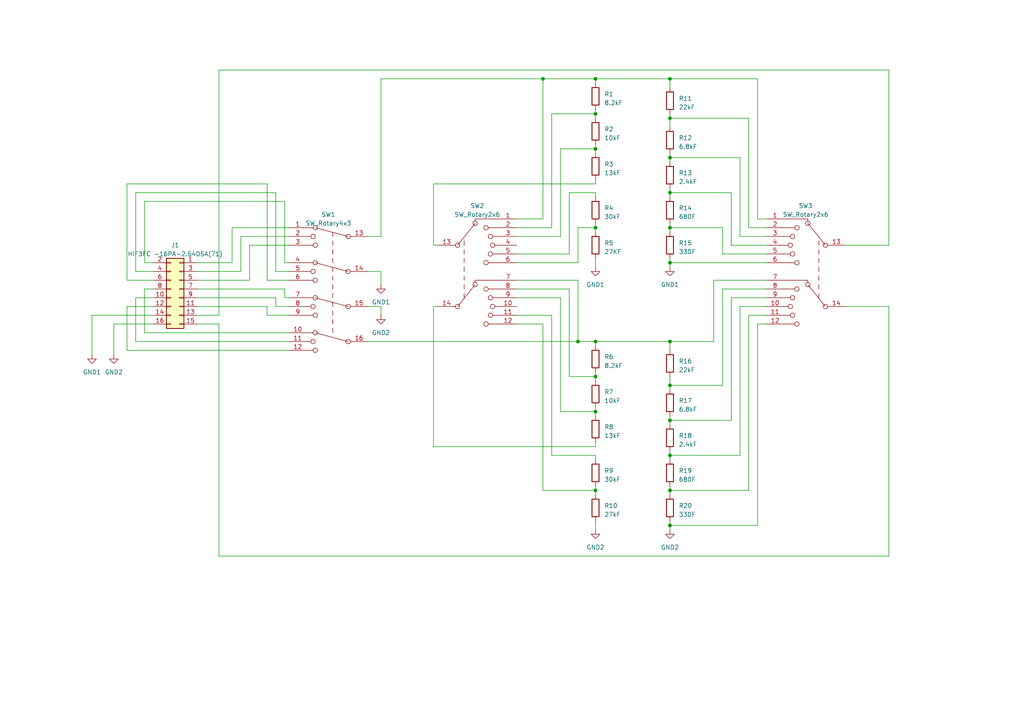
<source format=kicad_sch>
(kicad_sch (version 20230121) (generator eeschema)
  (paper "A4")
  (lib_symbols
    (symbol "Connector_Generic:Conn_02x08_Odd_Even" (pin_names (offset 1.016) hide)
      (property "Reference" "J" (at 1.27 10.16 0))
      (property "Value" "Conn_02x08_Odd_Even" (at 1.27 -12.7 0))
      (symbol "Conn_02x08_Odd_Even_1_1"
        (rectangle (start -1.27 -10.033) (end 0 -10.287) (stroke (width 0.1524)))
        (rectangle (start -1.27 -7.493) (end 0 -7.747) (stroke (width 0.1524)))
        (rectangle (start -1.27 -4.953) (end 0 -5.207) (stroke (width 0.1524)))
        (rectangle (start -1.27 -2.413) (end 0 -2.667) (stroke (width 0.1524)))
        (rectangle (start -1.27 0.127) (end 0 -0.127) (stroke (width 0.1524)))
        (rectangle (start -1.27 2.667) (end 0 2.413) (stroke (width 0.1524)))
        (rectangle (start -1.27 5.207) (end 0 4.953) (stroke (width 0.1524)))
        (rectangle (start -1.27 7.747) (end 0 7.493) (stroke (width 0.1524)))
        (rectangle (start -1.27 8.89) (end 3.81 -11.43) (stroke (width 0.254)) (fill (type background)))
        (rectangle (start 3.81 -10.033) (end 2.54 -10.287) (stroke (width 0.1524)))
        (rectangle (start 3.81 -7.493) (end 2.54 -7.747) (stroke (width 0.1524)))
        (rectangle (start 3.81 -4.953) (end 2.54 -5.207) (stroke (width 0.1524)))
        (rectangle (start 3.81 -2.413) (end 2.54 -2.667) (stroke (width 0.1524)))
        (rectangle (start 3.81 0.127) (end 2.54 -0.127) (stroke (width 0.1524)))
        (rectangle (start 3.81 2.667) (end 2.54 2.413) (stroke (width 0.1524)))
        (rectangle (start 3.81 5.207) (end 2.54 4.953) (stroke (width 0.1524)))
        (rectangle (start 3.81 7.747) (end 2.54 7.493) (stroke (width 0.1524)))
        (pin passive line (at -5.08 7.62 0) (length 3.81) (name "Pin_1") (number "1"))
        (pin passive line (at 7.62 -2.54 180) (length 3.81) (name "Pin_10") (number "10"))
        (pin passive line (at -5.08 -5.08 0) (length 3.81) (name "Pin_11") (number "11"))
        (pin passive line (at 7.62 -5.08 180) (length 3.81) (name "Pin_12") (number "12"))
        (pin passive line (at -5.08 -7.62 0) (length 3.81) (name "Pin_13") (number "13"))
        (pin passive line (at 7.62 -7.62 180) (length 3.81) (name "Pin_14") (number "14"))
        (pin passive line (at -5.08 -10.16 0) (length 3.81) (name "Pin_15") (number "15"))
        (pin passive line (at 7.62 -10.16 180) (length 3.81) (name "Pin_16") (number "16"))
        (pin passive line (at 7.62 7.62 180) (length 3.81) (name "Pin_2") (number "2"))
        (pin passive line (at -5.08 5.08 0) (length 3.81) (name "Pin_3") (number "3"))
        (pin passive line (at 7.62 5.08 180) (length 3.81) (name "Pin_4") (number "4"))
        (pin passive line (at -5.08 2.54 0) (length 3.81) (name "Pin_5") (number "5"))
        (pin passive line (at 7.62 2.54 180) (length 3.81) (name "Pin_6") (number "6"))
        (pin passive line (at -5.08 0 0) (length 3.81) (name "Pin_7") (number "7"))
        (pin passive line (at 7.62 0 180) (length 3.81) (name "Pin_8") (number "8"))
        (pin passive line (at -5.08 -2.54 0) (length 3.81) (name "Pin_9") (number "9"))
      )
    )
    (symbol "Device:R" (pin_numbers hide) (pin_names (offset 0))
      (property "Reference" "R" (at 2.032 0 90))
      (property "Value" "R" (at 0 0 90))
      (symbol "R_0_1"
        (rectangle (start -1.016 -2.54) (end 1.016 2.54) (stroke (width 0.254)))
      )
      (symbol "R_1_1"
        (pin passive line (at 0 3.81 270) (length 1.27) (name "~") (number "1"))
        (pin passive line (at 0 -3.81 90) (length 1.27) (name "~") (number "2"))
      )
    )
    (symbol "Switch:SW_Rotary2x6" (pin_names (offset 1.016) hide)
      (property "Reference" "SW" (at 0 17.78 0))
      (property "Value" "SW_Rotary2x6" (at 0 -17.78 0))
      (symbol "SW_Rotary2x6_0_0"
        (circle (center -4.445 -10.16) (radius 0.635))
        (circle (center -4.445 7.62) (radius 0.635))
        (polyline (pts (xy -4.445 -10.16) (xy 0.635 -3.81)))
        (polyline (pts (xy -4.445 7.62) (xy 0.635 13.97)))
        (polyline (pts (xy -2.54 -7.62) (xy -2.54 -6.35)))
        (polyline (pts (xy -2.54 -5.08) (xy -2.54 -3.81)))
        (polyline (pts (xy -2.54 -2.54) (xy -2.54 -1.27)))
        (polyline (pts (xy -2.54 0) (xy -2.54 1.27)))
        (polyline (pts (xy -2.54 2.54) (xy -2.54 3.81)))
        (polyline (pts (xy -2.54 5.08) (xy -2.54 6.35)))
        (polyline (pts (xy -2.54 7.62) (xy -2.54 8.89)))
        (polyline (pts (xy 4.445 -5.08) (xy 7.62 -5.08)))
        (polyline (pts (xy 4.445 12.7) (xy 7.62 12.7)))
        (polyline (pts (xy 5.715 -12.7) (xy 7.62 -12.7)))
        (polyline (pts (xy 5.715 -7.62) (xy 7.62 -7.62)))
        (polyline (pts (xy 5.715 5.08) (xy 7.62 5.08)))
        (polyline (pts (xy 5.715 10.16) (xy 7.62 10.16)))
        (polyline (pts (xy 6.35 -10.16) (xy 7.62 -10.16)))
        (polyline (pts (xy 6.35 7.62) (xy 7.62 7.62)))
        (polyline (pts (xy 7.62 -15.24) (xy 4.445 -15.24)))
        (polyline (pts (xy 7.62 2.54) (xy 4.445 2.54)))
        (polyline (pts (xy 0.635 -3.175) (xy 0.635 -2.54) (xy 7.62 -2.54)))
        (polyline (pts (xy 0.635 14.605) (xy 0.635 15.24) (xy 7.62 15.24)))
        (circle (center 0.635 -3.81) (radius 0.635))
        (circle (center 0.635 13.97) (radius 0.635))
        (circle (center 3.81 -15.24) (radius 0.635))
        (circle (center 3.81 -5.08) (radius 0.635))
        (circle (center 3.81 2.54) (radius 0.635))
        (circle (center 3.81 12.7) (radius 0.635))
        (circle (center 5.08 -12.7) (radius 0.635))
        (circle (center 5.08 -7.62) (radius 0.635))
        (circle (center 5.08 5.08) (radius 0.635))
        (circle (center 5.08 10.16) (radius 0.635))
        (circle (center 5.715 -10.16) (radius 0.635))
        (circle (center 5.715 7.62) (radius 0.635))
      )
      (symbol "SW_Rotary2x6_0_1"
        (pin passive line (at 12.7 15.24 180) (length 5.08) (name "1") (number "1"))
        (pin passive line (at 12.7 -10.16 180) (length 5.08) (name "10") (number "10"))
        (pin passive line (at 12.7 -12.7 180) (length 5.08) (name "11") (number "11"))
        (pin passive line (at 12.7 -15.24 180) (length 5.08) (name "12") (number "12"))
        (pin passive line (at -10.16 7.62 0) (length 5.08) (name "13") (number "13"))
        (pin passive line (at -10.16 -10.16 0) (length 5.08) (name "14") (number "14"))
        (pin passive line (at 12.7 12.7 180) (length 5.08) (name "2") (number "2"))
        (pin passive line (at 12.7 10.16 180) (length 5.08) (name "3") (number "3"))
        (pin passive line (at 12.7 7.62 180) (length 5.08) (name "4") (number "4"))
        (pin passive line (at 12.7 5.08 180) (length 5.08) (name "5") (number "5"))
        (pin passive line (at 12.7 2.54 180) (length 5.08) (name "6") (number "6"))
        (pin passive line (at 12.7 -2.54 180) (length 5.08) (name "7") (number "7"))
        (pin passive line (at 12.7 -5.08 180) (length 5.08) (name "8") (number "8"))
        (pin passive line (at 12.7 -7.62 180) (length 5.08) (name "9") (number "9"))
      )
    )
    (symbol "Switch:SW_Rotary4x3" (pin_names (offset 1.016) hide)
      (property "Reference" "SW" (at 0 20.32 0))
      (property "Value" "SW_Rotary4x3" (at 0 -20.32 0))
      (symbol "SW_Rotary4x3_0_0"
        (circle (center -4.445 -15.24) (radius 0.635))
        (circle (center -4.445 -5.08) (radius 0.635))
        (circle (center -4.445 5.08) (radius 0.635))
        (circle (center -4.445 15.24) (radius 0.635))
        (polyline (pts (xy -4.445 -15.24) (xy 5.08 -12.7)))
        (polyline (pts (xy -4.445 -5.08) (xy 5.08 -2.54)))
        (polyline (pts (xy -4.445 5.08) (xy 5.08 7.62)))
        (polyline (pts (xy -4.445 15.24) (xy 5.08 17.78)))
        (polyline (pts (xy 0 -12.7) (xy 0 -11.43)))
        (polyline (pts (xy 0 -10.16) (xy 0 -8.89)))
        (polyline (pts (xy 0 -10.16) (xy 0 -8.89)))
        (polyline (pts (xy 0 -7.62) (xy 0 -6.35)))
        (polyline (pts (xy 0 -5.08) (xy 0 -3.81)))
        (polyline (pts (xy 0 -2.54) (xy 0 -1.27)))
        (polyline (pts (xy 0 0) (xy 0 1.27)))
        (polyline (pts (xy 0 0) (xy 0 1.27)))
        (polyline (pts (xy 0 2.54) (xy 0 3.81)))
        (polyline (pts (xy 0 5.08) (xy 0 6.35)))
        (polyline (pts (xy 0 7.62) (xy 0 8.89)))
        (polyline (pts (xy 0 10.16) (xy 0 11.43)))
        (polyline (pts (xy 0 10.16) (xy 0 11.43)))
        (polyline (pts (xy 0 12.7) (xy 0 13.97)))
        (polyline (pts (xy 0 15.24) (xy 0 16.51)))
        (polyline (pts (xy 5.715 -17.78) (xy 7.62 -17.78)))
        (polyline (pts (xy 5.715 -12.7) (xy 7.62 -12.7)))
        (polyline (pts (xy 5.715 -7.62) (xy 7.62 -7.62)))
        (polyline (pts (xy 5.715 -2.54) (xy 7.62 -2.54)))
        (polyline (pts (xy 5.715 2.54) (xy 7.62 2.54)))
        (polyline (pts (xy 5.715 7.62) (xy 7.62 7.62)))
        (polyline (pts (xy 5.715 12.7) (xy 7.62 12.7)))
        (polyline (pts (xy 5.715 17.78) (xy 7.62 17.78)))
        (polyline (pts (xy 6.35 -15.24) (xy 7.62 -15.24)))
        (polyline (pts (xy 6.35 -5.08) (xy 7.62 -5.08)))
        (polyline (pts (xy 6.35 5.08) (xy 7.62 5.08)))
        (polyline (pts (xy 6.35 15.24) (xy 7.62 15.24)))
        (circle (center 5.08 -17.78) (radius 0.635))
        (circle (center 5.08 -12.7) (radius 0.635))
        (circle (center 5.08 -7.62) (radius 0.635))
        (circle (center 5.08 -2.54) (radius 0.635))
        (circle (center 5.08 2.54) (radius 0.635))
        (circle (center 5.08 7.62) (radius 0.635))
        (circle (center 5.08 12.7) (radius 0.635))
        (circle (center 5.08 17.78) (radius 0.635))
        (circle (center 5.715 -15.24) (radius 0.635))
        (circle (center 5.715 -5.08) (radius 0.635))
        (circle (center 5.715 5.08) (radius 0.635))
        (circle (center 5.715 15.24) (radius 0.635))
      )
      (symbol "SW_Rotary4x3_0_1"
        (pin passive line (at 12.7 17.78 180) (length 5.08) (name "1") (number "1"))
        (pin passive line (at 12.7 -12.7 180) (length 5.08) (name "10") (number "10"))
        (pin passive line (at 12.7 -15.24 180) (length 5.08) (name "11") (number "11"))
        (pin passive line (at 12.7 -17.78 180) (length 5.08) (name "12") (number "12"))
        (pin passive line (at -10.16 15.24 0) (length 5.08) (name "13") (number "13"))
        (pin passive line (at -10.16 5.08 0) (length 5.08) (name "14") (number "14"))
        (pin passive line (at -10.16 -5.08 0) (length 5.08) (name "15") (number "15"))
        (pin passive line (at -10.16 -15.24 0) (length 5.08) (name "16") (number "16"))
        (pin passive line (at 12.7 15.24 180) (length 5.08) (name "2") (number "2"))
        (pin passive line (at 12.7 12.7 180) (length 5.08) (name "3") (number "3"))
        (pin passive line (at 12.7 7.62 180) (length 5.08) (name "4") (number "4"))
        (pin passive line (at 12.7 5.08 180) (length 5.08) (name "5") (number "5"))
        (pin passive line (at 12.7 2.54 180) (length 5.08) (name "6") (number "6"))
        (pin passive line (at 12.7 -2.54 180) (length 5.08) (name "7") (number "7"))
        (pin passive line (at 12.7 -5.08 180) (length 5.08) (name "8") (number "8"))
        (pin passive line (at 12.7 -7.62 180) (length 5.08) (name "9") (number "9"))
      )
    )
    (symbol "power:GND1" (power) (pin_names (offset 0))
      (property "Value" "GND1" (at 0 -3.81 0))
      (symbol "GND1_0_1"
        (polyline (pts (xy 0 0) (xy 0 -1.27) (xy 1.27 -1.27) (xy 0 -2.54) (xy -1.27 -1.27) (xy 0 -1.27)))
      )
      (symbol "GND1_1_1"
        (pin power_in line (at 0 0 270) (length 0) hide (name "GND1") (number "1"))
      )
    )
    (symbol "power:GND2" (power) (pin_names (offset 0))
      (property "Value" "GND2" (at 0 -3.81 0))
      (symbol "GND2_0_1"
        (polyline (pts (xy 0 0) (xy 0 -1.27) (xy 1.27 -1.27) (xy 0 -2.54) (xy -1.27 -1.27) (xy 0 -1.27)))
      )
      (symbol "GND2_1_1"
        (pin power_in line (at 0 0 270) (length 0) hide (name "GND2") (number "1"))
      )
    )
  )
  (junction (at 172.72 99.06))
  (junction (at 172.72 119.38))
  (junction (at 194.31 45.72))
  (junction (at 194.31 121.92))
  (junction (at 194.31 55.88))
  (junction (at 194.31 99.06))
  (junction (at 172.72 66.04))
  (junction (at 194.31 132.08))
  (junction (at 157.48 22.86))
  (junction (at 194.31 34.29))
  (junction (at 172.72 43.18))
  (junction (at 194.31 111.76))
  (junction (at 194.31 152.4))
  (junction (at 194.31 76.2))
  (junction (at 172.72 22.86))
  (junction (at 172.72 33.02))
  (junction (at 167.64 99.06))
  (junction (at 172.72 142.24))
  (junction (at 194.31 22.86))
  (junction (at 194.31 66.04))
  (junction (at 194.31 142.24))
  (junction (at 172.72 109.22))
  (wire (pts (xy 57.15 88.9) (xy 77.47 88.9)))
  (wire (pts (xy 162.56 68.58) (xy 162.56 43.18)))
  (wire (pts (xy 217.17 34.29) (xy 194.31 34.29)))
  (wire (pts (xy 217.17 142.24) (xy 194.31 142.24)))
  (wire (pts (xy 162.56 86.36) (xy 149.86 86.36)))
  (wire (pts (xy 194.31 76.2) (xy 222.25 76.2)))
  (wire (pts (xy 77.47 53.34) (xy 36.83 53.34)))
  (wire (pts (xy 214.63 45.72) (xy 214.63 68.58)))
  (wire (pts (xy 214.63 132.08) (xy 194.31 132.08)))
  (wire (pts (xy 209.55 66.04) (xy 194.31 66.04)))
  (wire (pts (xy 219.71 63.5) (xy 222.25 63.5)))
  (wire (pts (xy 194.31 55.88) (xy 212.09 55.88)))
  (wire (pts (xy 69.85 78.74) (xy 69.85 68.58)))
  (wire (pts (xy 172.72 33.02) (xy 172.72 34.29)))
  (wire (pts (xy 67.31 76.2) (xy 57.15 76.2)))
  (wire (pts (xy 110.49 22.86) (xy 157.48 22.86)))
  (wire (pts (xy 26.67 91.44) (xy 26.67 102.87)))
  (wire (pts (xy 194.31 55.88) (xy 194.31 57.15)))
  (wire (pts (xy 219.71 22.86) (xy 219.71 63.5)))
  (wire (pts (xy 194.31 66.04) (xy 194.31 67.31)))
  (wire (pts (xy 222.25 81.28) (xy 207.01 81.28)))
  (wire (pts (xy 162.56 119.38) (xy 162.56 86.36)))
  (wire (pts (xy 83.82 78.74) (xy 80.01 78.74)))
  (wire (pts (xy 44.45 91.44) (xy 26.67 91.44)))
  (wire (pts (xy 217.17 66.04) (xy 217.17 34.29)))
  (wire (pts (xy 172.72 107.95) (xy 172.72 109.22)))
  (wire (pts (xy 194.31 22.86) (xy 194.31 25.4)))
  (wire (pts (xy 214.63 88.9) (xy 214.63 132.08)))
  (wire (pts (xy 63.5 91.44) (xy 63.5 20.32)))
  (wire (pts (xy 125.73 71.12) (xy 127 71.12)))
  (wire (pts (xy 80.01 55.88) (xy 39.37 55.88)))
  (wire (pts (xy 172.72 132.08) (xy 172.72 133.35)))
  (wire (pts (xy 82.55 58.42) (xy 41.91 58.42)))
  (wire (pts (xy 41.91 96.52) (xy 83.82 96.52)))
  (wire (pts (xy 83.82 81.28) (xy 77.47 81.28)))
  (wire (pts (xy 219.71 93.98) (xy 222.25 93.98)))
  (wire (pts (xy 194.31 132.08) (xy 194.31 133.35)))
  (wire (pts (xy 172.72 99.06) (xy 194.31 99.06)))
  (wire (pts (xy 165.1 73.66) (xy 149.86 73.66)))
  (wire (pts (xy 83.82 66.04) (xy 67.31 66.04)))
  (wire (pts (xy 172.72 109.22) (xy 172.72 110.49)))
  (wire (pts (xy 222.25 88.9) (xy 214.63 88.9)))
  (wire (pts (xy 194.31 142.24) (xy 194.31 143.51)))
  (wire (pts (xy 245.11 71.12) (xy 257.81 71.12)))
  (wire (pts (xy 33.02 102.87) (xy 33.02 93.98)))
  (wire (pts (xy 172.72 142.24) (xy 157.48 142.24)))
  (wire (pts (xy 194.31 34.29) (xy 194.31 33.02)))
  (wire (pts (xy 194.31 74.93) (xy 194.31 76.2)))
  (wire (pts (xy 194.31 64.77) (xy 194.31 66.04)))
  (wire (pts (xy 57.15 93.98) (xy 63.5 93.98)))
  (wire (pts (xy 82.55 76.2) (xy 82.55 58.42)))
  (wire (pts (xy 125.73 53.34) (xy 172.72 53.34)))
  (wire (pts (xy 194.31 45.72) (xy 214.63 45.72)))
  (wire (pts (xy 172.72 22.86) (xy 194.31 22.86)))
  (wire (pts (xy 194.31 120.65) (xy 194.31 121.92)))
  (wire (pts (xy 194.31 152.4) (xy 194.31 153.67)))
  (wire (pts (xy 172.72 142.24) (xy 172.72 143.51)))
  (wire (pts (xy 194.31 76.2) (xy 194.31 77.47)))
  (wire (pts (xy 72.39 71.12) (xy 72.39 81.28)))
  (wire (pts (xy 172.72 31.75) (xy 172.72 33.02)))
  (wire (pts (xy 162.56 68.58) (xy 149.86 68.58)))
  (wire (pts (xy 41.91 76.2) (xy 44.45 76.2)))
  (wire (pts (xy 110.49 88.9) (xy 106.68 88.9)))
  (wire (pts (xy 165.1 109.22) (xy 172.72 109.22)))
  (wire (pts (xy 39.37 86.36) (xy 44.45 86.36)))
  (wire (pts (xy 167.64 66.04) (xy 167.64 76.2)))
  (wire (pts (xy 194.31 99.06) (xy 194.31 101.6)))
  (wire (pts (xy 149.86 66.04) (xy 160.02 66.04)))
  (wire (pts (xy 194.31 151.13) (xy 194.31 152.4)))
  (wire (pts (xy 172.72 129.54) (xy 125.73 129.54)))
  (wire (pts (xy 57.15 83.82) (xy 82.55 83.82)))
  (wire (pts (xy 257.81 71.12) (xy 257.81 20.32)))
  (wire (pts (xy 162.56 43.18) (xy 172.72 43.18)))
  (wire (pts (xy 125.73 129.54) (xy 125.73 88.9)))
  (wire (pts (xy 39.37 55.88) (xy 39.37 78.74)))
  (wire (pts (xy 106.68 68.58) (xy 110.49 68.58)))
  (wire (pts (xy 160.02 132.08) (xy 172.72 132.08)))
  (wire (pts (xy 39.37 99.06) (xy 39.37 86.36)))
  (wire (pts (xy 172.72 41.91) (xy 172.72 43.18)))
  (wire (pts (xy 57.15 86.36) (xy 80.01 86.36)))
  (wire (pts (xy 212.09 86.36) (xy 212.09 121.92)))
  (wire (pts (xy 209.55 83.82) (xy 209.55 111.76)))
  (wire (pts (xy 219.71 93.98) (xy 219.71 152.4)))
  (wire (pts (xy 245.11 88.9) (xy 257.81 88.9)))
  (wire (pts (xy 172.72 140.97) (xy 172.72 142.24)))
  (wire (pts (xy 194.31 111.76) (xy 194.31 113.03)))
  (wire (pts (xy 63.5 161.29) (xy 257.81 161.29)))
  (wire (pts (xy 194.31 140.97) (xy 194.31 142.24)))
  (wire (pts (xy 172.72 66.04) (xy 167.64 66.04)))
  (wire (pts (xy 172.72 74.93) (xy 172.72 77.47)))
  (wire (pts (xy 82.55 86.36) (xy 83.82 86.36)))
  (wire (pts (xy 36.83 88.9) (xy 36.83 101.6)))
  (wire (pts (xy 194.31 121.92) (xy 194.31 123.19)))
  (wire (pts (xy 217.17 91.44) (xy 217.17 142.24)))
  (wire (pts (xy 83.82 71.12) (xy 72.39 71.12)))
  (wire (pts (xy 172.72 52.07) (xy 172.72 53.34)))
  (wire (pts (xy 257.81 88.9) (xy 257.81 161.29)))
  (wire (pts (xy 77.47 88.9) (xy 77.47 91.44)))
  (wire (pts (xy 82.55 83.82) (xy 82.55 86.36)))
  (wire (pts (xy 157.48 93.98) (xy 149.86 93.98)))
  (wire (pts (xy 214.63 68.58) (xy 222.25 68.58)))
  (wire (pts (xy 212.09 121.92) (xy 194.31 121.92)))
  (wire (pts (xy 36.83 81.28) (xy 44.45 81.28)))
  (wire (pts (xy 110.49 82.55) (xy 110.49 78.74)))
  (wire (pts (xy 125.73 88.9) (xy 127 88.9)))
  (wire (pts (xy 72.39 81.28) (xy 57.15 81.28)))
  (wire (pts (xy 167.64 76.2) (xy 149.86 76.2)))
  (wire (pts (xy 149.86 91.44) (xy 160.02 91.44)))
  (wire (pts (xy 167.64 99.06) (xy 172.72 99.06)))
  (wire (pts (xy 257.81 20.32) (xy 63.5 20.32)))
  (wire (pts (xy 160.02 91.44) (xy 160.02 132.08)))
  (wire (pts (xy 44.45 88.9) (xy 36.83 88.9)))
  (wire (pts (xy 212.09 71.12) (xy 222.25 71.12)))
  (wire (pts (xy 194.31 130.81) (xy 194.31 132.08)))
  (wire (pts (xy 172.72 43.18) (xy 172.72 44.45)))
  (wire (pts (xy 172.72 119.38) (xy 172.72 120.65)))
  (wire (pts (xy 207.01 81.28) (xy 207.01 99.06)))
  (wire (pts (xy 106.68 99.06) (xy 167.64 99.06)))
  (wire (pts (xy 219.71 152.4) (xy 194.31 152.4)))
  (wire (pts (xy 194.31 22.86) (xy 219.71 22.86)))
  (wire (pts (xy 194.31 34.29) (xy 194.31 36.83)))
  (wire (pts (xy 209.55 73.66) (xy 209.55 66.04)))
  (wire (pts (xy 41.91 96.52) (xy 41.91 83.82)))
  (wire (pts (xy 77.47 81.28) (xy 77.47 53.34)))
  (wire (pts (xy 41.91 76.2) (xy 41.91 58.42)))
  (wire (pts (xy 110.49 91.44) (xy 110.49 88.9)))
  (wire (pts (xy 69.85 68.58) (xy 83.82 68.58)))
  (wire (pts (xy 149.86 63.5) (xy 157.48 63.5)))
  (wire (pts (xy 172.72 22.86) (xy 172.72 24.13)))
  (wire (pts (xy 57.15 91.44) (xy 63.5 91.44)))
  (wire (pts (xy 149.86 81.28) (xy 167.64 81.28)))
  (wire (pts (xy 80.01 86.36) (xy 80.01 88.9)))
  (wire (pts (xy 80.01 78.74) (xy 80.01 55.88)))
  (wire (pts (xy 39.37 78.74) (xy 44.45 78.74)))
  (wire (pts (xy 125.73 53.34) (xy 125.73 71.12)))
  (wire (pts (xy 222.25 91.44) (xy 217.17 91.44)))
  (wire (pts (xy 157.48 142.24) (xy 157.48 93.98)))
  (wire (pts (xy 209.55 111.76) (xy 194.31 111.76)))
  (wire (pts (xy 160.02 66.04) (xy 160.02 33.02)))
  (wire (pts (xy 149.86 83.82) (xy 165.1 83.82)))
  (wire (pts (xy 157.48 22.86) (xy 157.48 63.5)))
  (wire (pts (xy 39.37 99.06) (xy 83.82 99.06)))
  (wire (pts (xy 222.25 83.82) (xy 209.55 83.82)))
  (wire (pts (xy 57.15 78.74) (xy 69.85 78.74)))
  (wire (pts (xy 194.31 44.45) (xy 194.31 45.72)))
  (wire (pts (xy 222.25 73.66) (xy 209.55 73.66)))
  (wire (pts (xy 194.31 109.22) (xy 194.31 111.76)))
  (wire (pts (xy 63.5 93.98) (xy 63.5 161.29)))
  (wire (pts (xy 222.25 66.04) (xy 217.17 66.04)))
  (wire (pts (xy 222.25 86.36) (xy 212.09 86.36)))
  (wire (pts (xy 167.64 81.28) (xy 167.64 99.06)))
  (wire (pts (xy 36.83 101.6) (xy 83.82 101.6)))
  (wire (pts (xy 110.49 68.58) (xy 110.49 22.86)))
  (wire (pts (xy 77.47 91.44) (xy 83.82 91.44)))
  (wire (pts (xy 41.91 83.82) (xy 44.45 83.82)))
  (wire (pts (xy 172.72 119.38) (xy 162.56 119.38)))
  (wire (pts (xy 165.1 83.82) (xy 165.1 109.22)))
  (wire (pts (xy 172.72 118.11) (xy 172.72 119.38)))
  (wire (pts (xy 172.72 55.88) (xy 165.1 55.88)))
  (wire (pts (xy 172.72 66.04) (xy 172.72 67.31)))
  (wire (pts (xy 83.82 76.2) (xy 82.55 76.2)))
  (wire (pts (xy 172.72 151.13) (xy 172.72 153.67)))
  (wire (pts (xy 33.02 93.98) (xy 44.45 93.98)))
  (wire (pts (xy 165.1 55.88) (xy 165.1 73.66)))
  (wire (pts (xy 80.01 88.9) (xy 83.82 88.9)))
  (wire (pts (xy 207.01 99.06) (xy 194.31 99.06)))
  (wire (pts (xy 194.31 54.61) (xy 194.31 55.88)))
  (wire (pts (xy 36.83 81.28) (xy 36.83 53.34)))
  (wire (pts (xy 212.09 55.88) (xy 212.09 71.12)))
  (wire (pts (xy 194.31 45.72) (xy 194.31 46.99)))
  (wire (pts (xy 157.48 22.86) (xy 172.72 22.86)))
  (wire (pts (xy 67.31 66.04) (xy 67.31 76.2)))
  (wire (pts (xy 160.02 33.02) (xy 172.72 33.02)))
  (wire (pts (xy 172.72 57.15) (xy 172.72 55.88)))
  (wire (pts (xy 110.49 78.74) (xy 106.68 78.74)))
  (wire (pts (xy 172.72 128.27) (xy 172.72 129.54)))
  (wire (pts (xy 172.72 64.77) (xy 172.72 66.04)))
  (wire (pts (xy 172.72 99.06) (xy 172.72 100.33)))
  (symbol (lib_id "Device:R") (at 194.31 40.64 0) (unit 1)
    (property "Reference" "R12" (at 196.85 40.005 0) (effects (justify left)))
    (property "Value" "6.8kF" (at 196.85 42.545 0) (effects (justify left)))
    (property "Footprint" "Resistor_THT:R_Axial_DIN0207_L6.3mm_D2.5mm_P10.16mm_Horizontal" (effects hide))
  )
  (symbol (lib_id "Device:R") (at 194.31 29.21 0) (unit 1)
    (property "Reference" "R11" (at 196.85 28.575 0) (effects (justify left)))
    (property "Value" "22kF" (at 196.85 31.115 0) (effects (justify left)))
    (property "Footprint" "Resistor_THT:R_Axial_DIN0207_L6.3mm_D2.5mm_P10.16mm_Horizontal" (effects hide))
  )
  (symbol (lib_id "Device:R") (at 172.72 48.26 0) (unit 1)
    (property "Reference" "R3" (at 175.26 47.625 0) (effects (justify left)))
    (property "Value" "13kF" (at 175.26 50.165 0) (effects (justify left)))
    (property "Footprint" "Resistor_THT:R_Axial_DIN0207_L6.3mm_D2.5mm_P10.16mm_Horizontal" (effects hide))
  )
  (symbol (lib_id "power:GND2") (at 110.49 91.44 0) (unit 1)
    (property "Reference" "#PWR04" (effects hide))
    (property "Value" "GND2" (at 110.49 96.52 0))
  )
  (symbol (lib_id "Device:R") (at 172.72 124.46 0) (unit 1)
    (property "Reference" "R8" (at 175.26 123.825 0) (effects (justify left)))
    (property "Value" "13kF" (at 175.26 126.365 0) (effects (justify left)))
    (property "Footprint" "Resistor_THT:R_Axial_DIN0207_L6.3mm_D2.5mm_P10.16mm_Horizontal" (effects hide))
  )
  (symbol (lib_id "Device:R") (at 172.72 137.16 0) (unit 1)
    (property "Reference" "R9" (at 175.26 136.525 0) (effects (justify left)))
    (property "Value" "30kF" (at 175.26 139.065 0) (effects (justify left)))
    (property "Footprint" "Resistor_THT:R_Axial_DIN0207_L6.3mm_D2.5mm_P10.16mm_Horizontal" (effects hide))
  )
  (symbol (lib_id "power:GND1") (at 26.67 102.87 0) (unit 1)
    (property "Reference" "#PWR02" (effects hide))
    (property "Value" "GND1" (at 26.67 107.95 0))
  )
  (symbol (lib_id "Device:R") (at 194.31 105.41 0) (unit 1)
    (property "Reference" "R16" (at 196.85 104.775 0) (effects (justify left)))
    (property "Value" "22kF" (at 196.85 107.315 0) (effects (justify left)))
    (property "Footprint" "Resistor_THT:R_Axial_DIN0207_L6.3mm_D2.5mm_P10.16mm_Horizontal" (effects hide))
  )
  (symbol (lib_id "Device:R") (at 172.72 71.12 0) (unit 1)
    (property "Reference" "R5" (at 175.26 70.485 0) (effects (justify left)))
    (property "Value" "27KF" (at 175.26 73.025 0) (effects (justify left)))
    (property "Footprint" "Resistor_THT:R_Axial_DIN0207_L6.3mm_D2.5mm_P10.16mm_Horizontal" (effects hide))
  )
  (symbol (lib_id "Device:R") (at 194.31 137.16 0) (unit 1)
    (property "Reference" "R19" (at 196.85 136.525 0) (effects (justify left)))
    (property "Value" "680F" (at 196.85 139.065 0) (effects (justify left)))
    (property "Footprint" "Resistor_THT:R_Axial_DIN0207_L6.3mm_D2.5mm_P10.16mm_Horizontal" (effects hide))
  )
  (symbol (lib_id "power:GND1") (at 172.72 77.47 0) (unit 1)
    (property "Reference" "#PWR05" (effects hide))
    (property "Value" "GND1" (at 172.72 82.55 0))
  )
  (symbol (lib_id "Device:R") (at 172.72 38.1 0) (unit 1)
    (property "Reference" "R2" (at 175.26 37.465 0) (effects (justify left)))
    (property "Value" "10kF" (at 175.26 40.005 0) (effects (justify left)))
    (property "Footprint" "Resistor_THT:R_Axial_DIN0207_L6.3mm_D2.5mm_P10.16mm_Horizontal" (effects hide))
  )
  (symbol (lib_id "Device:R") (at 194.31 116.84 0) (unit 1)
    (property "Reference" "R17" (at 196.85 116.205 0) (effects (justify left)))
    (property "Value" "6.8kF" (at 196.85 118.745 0) (effects (justify left)))
    (property "Footprint" "Resistor_THT:R_Axial_DIN0207_L6.3mm_D2.5mm_P10.16mm_Horizontal" (effects hide))
  )
  (symbol (lib_id "Switch:SW_Rotary4x3") (at 96.52 83.82 0) (mirror y) (unit 1)
    (property "Reference" "SW1" (at 95.25 62.23 0))
    (property "Value" "SW_Rotary4x3" (at 95.25 64.77 0))
    (property "Footprint" "Rotary_Switch:SW_Rotary4x3" (effects hide))
    (property "Datasheet" "http://cdn-reichelt.de/documents/datenblatt/C200/DS-Serie%23LOR.pdf" (effects hide))
  )
  (symbol (lib_id "Device:R") (at 194.31 147.32 0) (unit 1)
    (property "Reference" "R20" (at 196.85 146.685 0) (effects (justify left)))
    (property "Value" "330F" (at 196.85 149.225 0) (effects (justify left)))
    (property "Footprint" "Resistor_THT:R_Axial_DIN0207_L6.3mm_D2.5mm_P10.16mm_Horizontal" (effects hide))
  )
  (symbol (lib_id "power:GND2") (at 33.02 102.87 0) (unit 1)
    (property "Reference" "#PWR01" (effects hide))
    (property "Value" "GND2" (at 33.02 107.95 0))
  )
  (symbol (lib_id "Device:R") (at 172.72 60.96 0) (unit 1)
    (property "Reference" "R4" (at 175.26 60.325 0) (effects (justify left)))
    (property "Value" "30kF" (at 175.26 62.865 0) (effects (justify left)))
    (property "Footprint" "Resistor_THT:R_Axial_DIN0207_L6.3mm_D2.5mm_P10.16mm_Horizontal" (effects hide))
  )
  (symbol (lib_id "Device:R") (at 172.72 104.14 0) (unit 1)
    (property "Reference" "R6" (at 175.26 103.505 0) (effects (justify left)))
    (property "Value" "8.2kF" (at 175.26 106.045 0) (effects (justify left)))
    (property "Footprint" "Resistor_THT:R_Axial_DIN0207_L6.3mm_D2.5mm_P10.16mm_Horizontal" (effects hide))
  )
  (symbol (lib_id "Device:R") (at 172.72 27.94 0) (unit 1)
    (property "Reference" "R1" (at 175.26 27.305 0) (effects (justify left)))
    (property "Value" "8.2kF" (at 175.26 29.845 0) (effects (justify left)))
    (property "Footprint" "Resistor_THT:R_Axial_DIN0207_L6.3mm_D2.5mm_P10.16mm_Horizontal" (effects hide))
  )
  (symbol (lib_id "Connector_Generic:Conn_02x08_Odd_Even") (at 52.07 83.82 0) (mirror y) (unit 1)
    (property "Reference" "J1" (at 50.8 71.12 0))
    (property "Value" "HIF3FC -16PA-2.54DSA(71)" (at 50.8 73.66 0))
    (property "Footprint" "Connector_PinHeader_2.54mm:PinHeader_2x08_P2.54mm_Vertical" (effects hide))
  )
  (symbol (lib_id "Device:R") (at 194.31 127 0) (unit 1)
    (property "Reference" "R18" (at 196.85 126.365 0) (effects (justify left)))
    (property "Value" "2.4kF" (at 196.85 128.905 0) (effects (justify left)))
    (property "Footprint" "Resistor_THT:R_Axial_DIN0207_L6.3mm_D2.5mm_P10.16mm_Horizontal" (effects hide))
  )
  (symbol (lib_id "Device:R") (at 194.31 60.96 0) (unit 1)
    (property "Reference" "R14" (at 196.85 60.325 0) (effects (justify left)))
    (property "Value" "680F" (at 196.85 62.865 0) (effects (justify left)))
    (property "Footprint" "Resistor_THT:R_Axial_DIN0207_L6.3mm_D2.5mm_P10.16mm_Horizontal" (effects hide))
  )
  (symbol (lib_id "Switch:SW_Rotary2x6") (at 234.95 78.74 0) (mirror y) (unit 1)
    (property "Reference" "SW3" (at 233.68 59.69 0))
    (property "Value" "SW_Rotary2x6" (at 233.68 62.23 0))
    (property "Footprint" "Rotary_Switch:SW_Rotary2x6" (effects hide))
    (property "Datasheet" "http://cdn-reichelt.de/documents/datenblatt/C200/DS-Serie%23LOR.pdf" (effects hide))
  )
  (symbol (lib_id "Device:R") (at 172.72 114.3 0) (unit 1)
    (property "Reference" "R7" (at 175.26 113.665 0) (effects (justify left)))
    (property "Value" "10kF" (at 175.26 116.205 0) (effects (justify left)))
    (property "Footprint" "Resistor_THT:R_Axial_DIN0207_L6.3mm_D2.5mm_P10.16mm_Horizontal" (effects hide))
  )
  (symbol (lib_id "power:GND1") (at 110.49 82.55 0) (unit 1)
    (property "Reference" "#PWR03" (effects hide))
    (property "Value" "GND1" (at 110.49 87.63 0))
  )
  (symbol (lib_id "Device:R") (at 194.31 50.8 0) (unit 1)
    (property "Reference" "R13" (at 196.85 50.165 0) (effects (justify left)))
    (property "Value" "2.4kF" (at 196.85 52.705 0) (effects (justify left)))
    (property "Footprint" "Resistor_THT:R_Axial_DIN0207_L6.3mm_D2.5mm_P10.16mm_Horizontal" (effects hide))
  )
  (symbol (lib_id "Switch:SW_Rotary2x6") (at 137.16 78.74 0) (unit 1)
    (property "Reference" "SW2" (at 138.43 59.69 0))
    (property "Value" "SW_Rotary2x6" (at 138.43 62.23 0))
    (property "Footprint" "Rotary_Switch:SW_Rotary2x6" (effects hide))
    (property "Datasheet" "http://cdn-reichelt.de/documents/datenblatt/C200/DS-Serie%23LOR.pdf" (effects hide))
  )
  (symbol (lib_id "power:GND2") (at 172.72 153.67 0) (unit 1)
    (property "Reference" "#PWR06" (effects hide))
    (property "Value" "GND2" (at 172.72 158.75 0))
  )
  (symbol (lib_id "Device:R") (at 172.72 147.32 0) (unit 1)
    (property "Reference" "R10" (at 175.26 146.685 0) (effects (justify left)))
    (property "Value" "27kF" (at 175.26 149.225 0) (effects (justify left)))
    (property "Footprint" "Resistor_THT:R_Axial_DIN0207_L6.3mm_D2.5mm_P10.16mm_Horizontal" (effects hide))
  )
  (symbol (lib_id "power:GND2") (at 194.31 153.67 0) (unit 1)
    (property "Reference" "#PWR08" (effects hide))
    (property "Value" "GND2" (at 194.31 158.75 0))
  )
  (symbol (lib_id "Device:R") (at 194.31 71.12 0) (unit 1)
    (property "Reference" "R15" (at 196.85 70.485 0) (effects (justify left)))
    (property "Value" "330F" (at 196.85 73.025 0) (effects (justify left)))
    (property "Footprint" "Resistor_THT:R_Axial_DIN0207_L6.3mm_D2.5mm_P10.16mm_Horizontal" (effects hide))
  )
  (symbol (lib_id "power:GND1") (at 194.31 77.47 0) (unit 1)
    (property "Reference" "#PWR07" (effects hide))
    (property "Value" "GND1" (at 194.31 82.55 0))
  )
)
</source>
